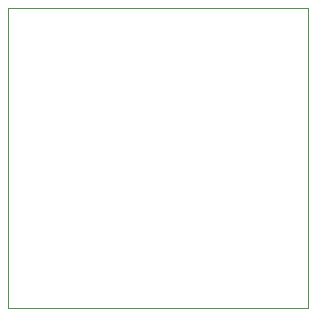
<source format=gbr>
G04 (created by PCBNEW (2013-05-31 BZR 4019)-stable) date 10/6/2013 10:31:21 PM*
%MOIN*%
G04 Gerber Fmt 3.4, Leading zero omitted, Abs format*
%FSLAX34Y34*%
G01*
G70*
G90*
G04 APERTURE LIST*
%ADD10C,0.00590551*%
%ADD11C,0.00393701*%
G04 APERTURE END LIST*
G54D10*
G54D11*
X33800Y-34200D02*
X33800Y-24200D01*
X23800Y-24200D02*
X23800Y-33400D01*
X23800Y-24200D02*
X33800Y-24200D01*
X23800Y-33400D02*
X23800Y-34200D01*
X23800Y-34200D02*
X23800Y-33800D01*
X25000Y-34200D02*
X23800Y-34200D01*
X23800Y-34200D02*
X24800Y-34200D01*
X23800Y-34000D02*
X23800Y-34200D01*
X24800Y-34200D02*
X33800Y-34200D01*
M02*

</source>
